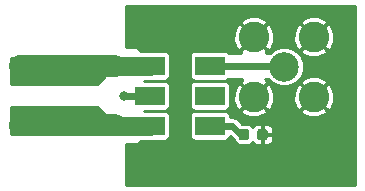
<source format=gbr>
G04 #@! TF.GenerationSoftware,KiCad,Pcbnew,(5.0.2)-1*
G04 #@! TF.CreationDate,2020-08-06T16:14:57-05:00*
G04 #@! TF.ProjectId,xform-plug,78666f72-6d2d-4706-9c75-672e6b696361,rev?*
G04 #@! TF.SameCoordinates,Original*
G04 #@! TF.FileFunction,Copper,L1,Top*
G04 #@! TF.FilePolarity,Positive*
%FSLAX46Y46*%
G04 Gerber Fmt 4.6, Leading zero omitted, Abs format (unit mm)*
G04 Created by KiCad (PCBNEW (5.0.2)-1) date 8/6/2020 4:14:57 PM*
%MOMM*%
%LPD*%
G01*
G04 APERTURE LIST*
G04 #@! TA.AperFunction,ComponentPad*
%ADD10C,2.600000*%
G04 #@! TD*
G04 #@! TA.AperFunction,ComponentPad*
%ADD11C,2.500000*%
G04 #@! TD*
G04 #@! TA.AperFunction,Conductor*
%ADD12C,0.100000*%
G04 #@! TD*
G04 #@! TA.AperFunction,SMDPad,CuDef*
%ADD13C,0.875000*%
G04 #@! TD*
G04 #@! TA.AperFunction,SMDPad,CuDef*
%ADD14R,2.540000X1.650000*%
G04 #@! TD*
G04 #@! TA.AperFunction,ViaPad*
%ADD15C,0.800000*%
G04 #@! TD*
G04 #@! TA.AperFunction,Conductor*
%ADD16C,1.500000*%
G04 #@! TD*
G04 #@! TA.AperFunction,Conductor*
%ADD17C,1.650000*%
G04 #@! TD*
G04 #@! TA.AperFunction,Conductor*
%ADD18C,1.800000*%
G04 #@! TD*
G04 #@! TA.AperFunction,Conductor*
%ADD19C,1.900000*%
G04 #@! TD*
G04 #@! TA.AperFunction,Conductor*
%ADD20C,0.600000*%
G04 #@! TD*
G04 #@! TA.AperFunction,Conductor*
%ADD21C,0.254000*%
G04 #@! TD*
G04 APERTURE END LIST*
D10*
G04 #@! TO.P,J1,1*
G04 #@! TO.N,GND*
X20960000Y4990000D03*
X26040000Y4990000D03*
X20960000Y-90000D03*
X26040000Y-90000D03*
D11*
G04 #@! TO.P,J1,2*
G04 #@! TO.N,Net-(J1-Pad2)*
X23500000Y2450000D03*
G04 #@! TD*
D12*
G04 #@! TO.N,Net-(R2-Pad1)*
G04 #@! TO.C,R2*
G36*
X20352691Y-2826053D02*
X20373926Y-2829203D01*
X20394750Y-2834419D01*
X20414962Y-2841651D01*
X20434368Y-2850830D01*
X20452781Y-2861866D01*
X20470024Y-2874654D01*
X20485930Y-2889070D01*
X20500346Y-2904976D01*
X20513134Y-2922219D01*
X20524170Y-2940632D01*
X20533349Y-2960038D01*
X20540581Y-2980250D01*
X20545797Y-3001074D01*
X20548947Y-3022309D01*
X20550000Y-3043750D01*
X20550000Y-3556250D01*
X20548947Y-3577691D01*
X20545797Y-3598926D01*
X20540581Y-3619750D01*
X20533349Y-3639962D01*
X20524170Y-3659368D01*
X20513134Y-3677781D01*
X20500346Y-3695024D01*
X20485930Y-3710930D01*
X20470024Y-3725346D01*
X20452781Y-3738134D01*
X20434368Y-3749170D01*
X20414962Y-3758349D01*
X20394750Y-3765581D01*
X20373926Y-3770797D01*
X20352691Y-3773947D01*
X20331250Y-3775000D01*
X19893750Y-3775000D01*
X19872309Y-3773947D01*
X19851074Y-3770797D01*
X19830250Y-3765581D01*
X19810038Y-3758349D01*
X19790632Y-3749170D01*
X19772219Y-3738134D01*
X19754976Y-3725346D01*
X19739070Y-3710930D01*
X19724654Y-3695024D01*
X19711866Y-3677781D01*
X19700830Y-3659368D01*
X19691651Y-3639962D01*
X19684419Y-3619750D01*
X19679203Y-3598926D01*
X19676053Y-3577691D01*
X19675000Y-3556250D01*
X19675000Y-3043750D01*
X19676053Y-3022309D01*
X19679203Y-3001074D01*
X19684419Y-2980250D01*
X19691651Y-2960038D01*
X19700830Y-2940632D01*
X19711866Y-2922219D01*
X19724654Y-2904976D01*
X19739070Y-2889070D01*
X19754976Y-2874654D01*
X19772219Y-2861866D01*
X19790632Y-2850830D01*
X19810038Y-2841651D01*
X19830250Y-2834419D01*
X19851074Y-2829203D01*
X19872309Y-2826053D01*
X19893750Y-2825000D01*
X20331250Y-2825000D01*
X20352691Y-2826053D01*
X20352691Y-2826053D01*
G37*
D13*
G04 #@! TD*
G04 #@! TO.P,R2,1*
G04 #@! TO.N,Net-(R2-Pad1)*
X20112500Y-3300000D03*
D12*
G04 #@! TO.N,GND*
G04 #@! TO.C,R2*
G36*
X21927691Y-2826053D02*
X21948926Y-2829203D01*
X21969750Y-2834419D01*
X21989962Y-2841651D01*
X22009368Y-2850830D01*
X22027781Y-2861866D01*
X22045024Y-2874654D01*
X22060930Y-2889070D01*
X22075346Y-2904976D01*
X22088134Y-2922219D01*
X22099170Y-2940632D01*
X22108349Y-2960038D01*
X22115581Y-2980250D01*
X22120797Y-3001074D01*
X22123947Y-3022309D01*
X22125000Y-3043750D01*
X22125000Y-3556250D01*
X22123947Y-3577691D01*
X22120797Y-3598926D01*
X22115581Y-3619750D01*
X22108349Y-3639962D01*
X22099170Y-3659368D01*
X22088134Y-3677781D01*
X22075346Y-3695024D01*
X22060930Y-3710930D01*
X22045024Y-3725346D01*
X22027781Y-3738134D01*
X22009368Y-3749170D01*
X21989962Y-3758349D01*
X21969750Y-3765581D01*
X21948926Y-3770797D01*
X21927691Y-3773947D01*
X21906250Y-3775000D01*
X21468750Y-3775000D01*
X21447309Y-3773947D01*
X21426074Y-3770797D01*
X21405250Y-3765581D01*
X21385038Y-3758349D01*
X21365632Y-3749170D01*
X21347219Y-3738134D01*
X21329976Y-3725346D01*
X21314070Y-3710930D01*
X21299654Y-3695024D01*
X21286866Y-3677781D01*
X21275830Y-3659368D01*
X21266651Y-3639962D01*
X21259419Y-3619750D01*
X21254203Y-3598926D01*
X21251053Y-3577691D01*
X21250000Y-3556250D01*
X21250000Y-3043750D01*
X21251053Y-3022309D01*
X21254203Y-3001074D01*
X21259419Y-2980250D01*
X21266651Y-2960038D01*
X21275830Y-2940632D01*
X21286866Y-2922219D01*
X21299654Y-2904976D01*
X21314070Y-2889070D01*
X21329976Y-2874654D01*
X21347219Y-2861866D01*
X21365632Y-2850830D01*
X21385038Y-2841651D01*
X21405250Y-2834419D01*
X21426074Y-2829203D01*
X21447309Y-2826053D01*
X21468750Y-2825000D01*
X21906250Y-2825000D01*
X21927691Y-2826053D01*
X21927691Y-2826053D01*
G37*
D13*
G04 #@! TD*
G04 #@! TO.P,R2,2*
G04 #@! TO.N,GND*
X21687500Y-3300000D03*
D14*
G04 #@! TO.P,TR1,1*
G04 #@! TO.N,Net-(R2-Pad1)*
X17240000Y-2540000D03*
G04 #@! TO.P,TR1,2*
G04 #@! TO.N,N/C*
X17240000Y0D03*
G04 #@! TO.P,TR1,3*
G04 #@! TO.N,Net-(J1-Pad2)*
X17240000Y2540000D03*
G04 #@! TO.P,TR1,4*
G04 #@! TO.N,/slot_l*
X12160000Y2540000D03*
G04 #@! TO.P,TR1,5*
G04 #@! TO.N,Net-(R1-Pad2)*
X12160000Y0D03*
G04 #@! TO.P,TR1,6*
G04 #@! TO.N,/slot_r*
X12160000Y-2540000D03*
G04 #@! TD*
D15*
G04 #@! TO.N,/slot_l*
X9250000Y2540000D03*
X7250000Y2540000D03*
X5000000Y2540000D03*
X3000000Y2540000D03*
X1000010Y2540000D03*
G04 #@! TO.N,/slot_r*
X3000000Y-2460000D03*
X7250000Y-2460000D03*
X5000000Y-2460000D03*
X1000010Y-2460000D03*
X9250000Y-2460000D03*
G04 #@! TO.N,GND*
X14750000Y2750000D03*
X14750000Y1000000D03*
X14750000Y-750000D03*
X14750000Y-2500000D03*
X14750000Y-4500000D03*
X12500000Y-4500000D03*
X14750000Y4750000D03*
X12500000Y4750000D03*
X17000000Y4750000D03*
X17000000Y-4500000D03*
X23250000Y-3250000D03*
X21750000Y-5000000D03*
X19250000Y-4750000D03*
X10500000Y-4500000D03*
X10500000Y4750000D03*
X14750000Y6750000D03*
X12500000Y6750000D03*
X17000000Y6750000D03*
X10500000Y6750000D03*
X12500000Y-6500000D03*
X14750000Y-6500000D03*
X17000000Y-6500000D03*
X10500000Y-6500000D03*
X18700000Y5700000D03*
X23250000Y-1500000D03*
G04 #@! TO.N,Net-(R1-Pad2)*
X10000000Y0D03*
G04 #@! TD*
D16*
G04 #@! TO.N,/slot_l*
X12160000Y2540000D02*
X9250000Y2540000D01*
X9250000Y2540000D02*
X7250000Y2540000D01*
X7250000Y2540000D02*
X5000000Y2540000D01*
X5000000Y2540000D02*
X3000000Y2540000D01*
X3000000Y2540000D02*
X1000010Y2540000D01*
X1000010Y2540000D02*
X1000010Y2540000D01*
D17*
G04 #@! TO.N,/slot_r*
X12160000Y-2540000D02*
X1035010Y-2540000D01*
D16*
X1035010Y-2540000D02*
X1000010Y-2540000D01*
D18*
X9250000Y-2460000D02*
X1110010Y-2460000D01*
D19*
X9250000Y-2460000D02*
X1160010Y-2460000D01*
D17*
G04 #@! TO.N,/slot_l*
X12160000Y2540000D02*
X1035010Y2540000D01*
D18*
X9250000Y2540000D02*
X1110010Y2540000D01*
D19*
X9250000Y2540000D02*
X1160010Y2540000D01*
D20*
G04 #@! TO.N,Net-(J1-Pad2)*
X17240000Y2540000D02*
X23460000Y2540000D01*
X23460000Y2540000D02*
X23500000Y2500000D01*
G04 #@! TO.N,Net-(R1-Pad2)*
X12160000Y0D02*
X10000000Y0D01*
G04 #@! TO.N,Net-(R2-Pad1)*
X19110000Y-2540000D02*
X19820000Y-3250000D01*
X17240000Y-2540000D02*
X19110000Y-2540000D01*
X19820000Y-3250000D02*
X20100000Y-3250000D01*
G04 #@! TD*
D21*
G04 #@! TO.N,GND*
G36*
X29563001Y-7563000D02*
X10127000Y-7563000D01*
X10127000Y-4127000D01*
X11000000Y-4127000D01*
X11048601Y-4117333D01*
X11089803Y-4089803D01*
X11379241Y-3800365D01*
X13430000Y-3800365D01*
X13596607Y-3767225D01*
X13737850Y-3672850D01*
X13832225Y-3531607D01*
X13865365Y-3365000D01*
X13865365Y-1715000D01*
X15534635Y-1715000D01*
X15534635Y-3365000D01*
X15567775Y-3531607D01*
X15662150Y-3672850D01*
X15803393Y-3767225D01*
X15970000Y-3800365D01*
X18510000Y-3800365D01*
X18676607Y-3767225D01*
X18817850Y-3672850D01*
X18912225Y-3531607D01*
X18938978Y-3397111D01*
X19255307Y-3713441D01*
X19277513Y-3746674D01*
X19289427Y-3806569D01*
X19431221Y-4018779D01*
X19643431Y-4160573D01*
X19893750Y-4210365D01*
X20331250Y-4210365D01*
X20581569Y-4160573D01*
X20793779Y-4018779D01*
X20852434Y-3930996D01*
X20888007Y-4016876D01*
X21008124Y-4136993D01*
X21165065Y-4202000D01*
X21557750Y-4202000D01*
X21664500Y-4095250D01*
X21664500Y-3323000D01*
X21710500Y-3323000D01*
X21710500Y-4095250D01*
X21817250Y-4202000D01*
X22209935Y-4202000D01*
X22366876Y-4136993D01*
X22486993Y-4016876D01*
X22552000Y-3859936D01*
X22552000Y-3429750D01*
X22445250Y-3323000D01*
X21710500Y-3323000D01*
X21664500Y-3323000D01*
X21644500Y-3323000D01*
X21644500Y-3277000D01*
X21664500Y-3277000D01*
X21664500Y-2504750D01*
X21710500Y-2504750D01*
X21710500Y-3277000D01*
X22445250Y-3277000D01*
X22552000Y-3170250D01*
X22552000Y-2740064D01*
X22486993Y-2583124D01*
X22366876Y-2463007D01*
X22209935Y-2398000D01*
X21817250Y-2398000D01*
X21710500Y-2504750D01*
X21664500Y-2504750D01*
X21557750Y-2398000D01*
X21165065Y-2398000D01*
X21008124Y-2463007D01*
X20888007Y-2583124D01*
X20852434Y-2669004D01*
X20793779Y-2581221D01*
X20581569Y-2439427D01*
X20331250Y-2389635D01*
X19987768Y-2389635D01*
X19674696Y-2076564D01*
X19634137Y-2015863D01*
X19393661Y-1855182D01*
X19181599Y-1813000D01*
X19181595Y-1813000D01*
X19110000Y-1798759D01*
X19038405Y-1813000D01*
X18945365Y-1813000D01*
X18945365Y-1715000D01*
X18912225Y-1548393D01*
X18817850Y-1407150D01*
X18676607Y-1312775D01*
X18510000Y-1279635D01*
X15970000Y-1279635D01*
X15803393Y-1312775D01*
X15662150Y-1407150D01*
X15567775Y-1548393D01*
X15534635Y-1715000D01*
X13865365Y-1715000D01*
X13832225Y-1548393D01*
X13737850Y-1407150D01*
X13596607Y-1312775D01*
X13430000Y-1279635D01*
X11627000Y-1279635D01*
X11627000Y-1275764D01*
X19806763Y-1275764D01*
X19943703Y-1527942D01*
X20571340Y-1807405D01*
X21258148Y-1825409D01*
X21899565Y-1579212D01*
X21976297Y-1527942D01*
X22113237Y-1275764D01*
X24886763Y-1275764D01*
X25023703Y-1527942D01*
X25651340Y-1807405D01*
X26338148Y-1825409D01*
X26979565Y-1579212D01*
X27056297Y-1527942D01*
X27193237Y-1275764D01*
X26040000Y-122527D01*
X24886763Y-1275764D01*
X22113237Y-1275764D01*
X20960000Y-122527D01*
X19806763Y-1275764D01*
X11627000Y-1275764D01*
X11627000Y-1260365D01*
X13430000Y-1260365D01*
X13596607Y-1227225D01*
X13737850Y-1132850D01*
X13832225Y-991607D01*
X13865365Y-825000D01*
X13865365Y825000D01*
X15534635Y825000D01*
X15534635Y-825000D01*
X15567775Y-991607D01*
X15662150Y-1132850D01*
X15803393Y-1227225D01*
X15970000Y-1260365D01*
X18510000Y-1260365D01*
X18676607Y-1227225D01*
X18817850Y-1132850D01*
X18912225Y-991607D01*
X18945365Y-825000D01*
X18945365Y-388148D01*
X19224591Y-388148D01*
X19470788Y-1029565D01*
X19522058Y-1106297D01*
X19774236Y-1243237D01*
X20927473Y-90000D01*
X20992527Y-90000D01*
X22145764Y-1243237D01*
X22397942Y-1106297D01*
X22677405Y-478660D01*
X22679777Y-388148D01*
X24304591Y-388148D01*
X24550788Y-1029565D01*
X24602058Y-1106297D01*
X24854236Y-1243237D01*
X26007473Y-90000D01*
X26072527Y-90000D01*
X27225764Y-1243237D01*
X27477942Y-1106297D01*
X27757405Y-478660D01*
X27775409Y208148D01*
X27529212Y849565D01*
X27477942Y926297D01*
X27225764Y1063237D01*
X26072527Y-90000D01*
X26007473Y-90000D01*
X24854236Y1063237D01*
X24602058Y926297D01*
X24322595Y298660D01*
X24304591Y-388148D01*
X22679777Y-388148D01*
X22695409Y208148D01*
X22449212Y849565D01*
X22397942Y926297D01*
X22145764Y1063237D01*
X20992527Y-90000D01*
X20927473Y-90000D01*
X19774236Y1063237D01*
X19522058Y926297D01*
X19242595Y298660D01*
X19224591Y-388148D01*
X18945365Y-388148D01*
X18945365Y825000D01*
X18912225Y991607D01*
X18817850Y1132850D01*
X18676607Y1227225D01*
X18510000Y1260365D01*
X15970000Y1260365D01*
X15803393Y1227225D01*
X15662150Y1132850D01*
X15567775Y991607D01*
X15534635Y825000D01*
X13865365Y825000D01*
X13832225Y991607D01*
X13737850Y1132850D01*
X13596607Y1227225D01*
X13430000Y1260365D01*
X11627000Y1260365D01*
X11627000Y1279635D01*
X13430000Y1279635D01*
X13596607Y1312775D01*
X13737850Y1407150D01*
X13832225Y1548393D01*
X13865365Y1715000D01*
X13865365Y3365000D01*
X15534635Y3365000D01*
X15534635Y1715000D01*
X15567775Y1548393D01*
X15662150Y1407150D01*
X15803393Y1312775D01*
X15970000Y1279635D01*
X18510000Y1279635D01*
X18676607Y1312775D01*
X18766741Y1373000D01*
X19981205Y1373000D01*
X19943703Y1347942D01*
X19806763Y1095764D01*
X20960000Y-57473D01*
X22113237Y1095764D01*
X21976297Y1347942D01*
X21920020Y1373000D01*
X22205364Y1373000D01*
X22550056Y1028308D01*
X23166424Y773000D01*
X23833576Y773000D01*
X24449944Y1028308D01*
X24517400Y1095764D01*
X24886763Y1095764D01*
X26040000Y-57473D01*
X27193237Y1095764D01*
X27056297Y1347942D01*
X26428660Y1627405D01*
X25741852Y1645409D01*
X25100435Y1399212D01*
X25023703Y1347942D01*
X24886763Y1095764D01*
X24517400Y1095764D01*
X24921692Y1500056D01*
X25177000Y2116424D01*
X25177000Y2783576D01*
X24921692Y3399944D01*
X24517400Y3804236D01*
X24886763Y3804236D01*
X25023703Y3552058D01*
X25651340Y3272595D01*
X26338148Y3254591D01*
X26979565Y3500788D01*
X27056297Y3552058D01*
X27193237Y3804236D01*
X26040000Y4957473D01*
X24886763Y3804236D01*
X24517400Y3804236D01*
X24449944Y3871692D01*
X23833576Y4127000D01*
X23166424Y4127000D01*
X22550056Y3871692D01*
X22305364Y3627000D01*
X22016993Y3627000D01*
X22113237Y3804236D01*
X20960000Y4957473D01*
X19806763Y3804236D01*
X19903007Y3627000D01*
X18848486Y3627000D01*
X18817850Y3672850D01*
X18676607Y3767225D01*
X18510000Y3800365D01*
X15970000Y3800365D01*
X15803393Y3767225D01*
X15662150Y3672850D01*
X15567775Y3531607D01*
X15534635Y3365000D01*
X13865365Y3365000D01*
X13832225Y3531607D01*
X13737850Y3672850D01*
X13596607Y3767225D01*
X13430000Y3800365D01*
X11379241Y3800365D01*
X11089803Y4089803D01*
X11048601Y4117333D01*
X11000000Y4127000D01*
X10127000Y4127000D01*
X10127000Y4691852D01*
X19224591Y4691852D01*
X19470788Y4050435D01*
X19522058Y3973703D01*
X19774236Y3836763D01*
X20927473Y4990000D01*
X20992527Y4990000D01*
X22145764Y3836763D01*
X22397942Y3973703D01*
X22677405Y4601340D01*
X22679777Y4691852D01*
X24304591Y4691852D01*
X24550788Y4050435D01*
X24602058Y3973703D01*
X24854236Y3836763D01*
X26007473Y4990000D01*
X26072527Y4990000D01*
X27225764Y3836763D01*
X27477942Y3973703D01*
X27757405Y4601340D01*
X27775409Y5288148D01*
X27529212Y5929565D01*
X27477942Y6006297D01*
X27225764Y6143237D01*
X26072527Y4990000D01*
X26007473Y4990000D01*
X24854236Y6143237D01*
X24602058Y6006297D01*
X24322595Y5378660D01*
X24304591Y4691852D01*
X22679777Y4691852D01*
X22695409Y5288148D01*
X22449212Y5929565D01*
X22397942Y6006297D01*
X22145764Y6143237D01*
X20992527Y4990000D01*
X20927473Y4990000D01*
X19774236Y6143237D01*
X19522058Y6006297D01*
X19242595Y5378660D01*
X19224591Y4691852D01*
X10127000Y4691852D01*
X10127000Y6175764D01*
X19806763Y6175764D01*
X20960000Y5022527D01*
X22113237Y6175764D01*
X24886763Y6175764D01*
X26040000Y5022527D01*
X27193237Y6175764D01*
X27056297Y6427942D01*
X26428660Y6707405D01*
X25741852Y6725409D01*
X25100435Y6479212D01*
X25023703Y6427942D01*
X24886763Y6175764D01*
X22113237Y6175764D01*
X21976297Y6427942D01*
X21348660Y6707405D01*
X20661852Y6725409D01*
X20020435Y6479212D01*
X19943703Y6427942D01*
X19806763Y6175764D01*
X10127000Y6175764D01*
X10127000Y7563000D01*
X29563000Y7563000D01*
X29563001Y-7563000D01*
X29563001Y-7563000D01*
G37*
X29563001Y-7563000D02*
X10127000Y-7563000D01*
X10127000Y-4127000D01*
X11000000Y-4127000D01*
X11048601Y-4117333D01*
X11089803Y-4089803D01*
X11379241Y-3800365D01*
X13430000Y-3800365D01*
X13596607Y-3767225D01*
X13737850Y-3672850D01*
X13832225Y-3531607D01*
X13865365Y-3365000D01*
X13865365Y-1715000D01*
X15534635Y-1715000D01*
X15534635Y-3365000D01*
X15567775Y-3531607D01*
X15662150Y-3672850D01*
X15803393Y-3767225D01*
X15970000Y-3800365D01*
X18510000Y-3800365D01*
X18676607Y-3767225D01*
X18817850Y-3672850D01*
X18912225Y-3531607D01*
X18938978Y-3397111D01*
X19255307Y-3713441D01*
X19277513Y-3746674D01*
X19289427Y-3806569D01*
X19431221Y-4018779D01*
X19643431Y-4160573D01*
X19893750Y-4210365D01*
X20331250Y-4210365D01*
X20581569Y-4160573D01*
X20793779Y-4018779D01*
X20852434Y-3930996D01*
X20888007Y-4016876D01*
X21008124Y-4136993D01*
X21165065Y-4202000D01*
X21557750Y-4202000D01*
X21664500Y-4095250D01*
X21664500Y-3323000D01*
X21710500Y-3323000D01*
X21710500Y-4095250D01*
X21817250Y-4202000D01*
X22209935Y-4202000D01*
X22366876Y-4136993D01*
X22486993Y-4016876D01*
X22552000Y-3859936D01*
X22552000Y-3429750D01*
X22445250Y-3323000D01*
X21710500Y-3323000D01*
X21664500Y-3323000D01*
X21644500Y-3323000D01*
X21644500Y-3277000D01*
X21664500Y-3277000D01*
X21664500Y-2504750D01*
X21710500Y-2504750D01*
X21710500Y-3277000D01*
X22445250Y-3277000D01*
X22552000Y-3170250D01*
X22552000Y-2740064D01*
X22486993Y-2583124D01*
X22366876Y-2463007D01*
X22209935Y-2398000D01*
X21817250Y-2398000D01*
X21710500Y-2504750D01*
X21664500Y-2504750D01*
X21557750Y-2398000D01*
X21165065Y-2398000D01*
X21008124Y-2463007D01*
X20888007Y-2583124D01*
X20852434Y-2669004D01*
X20793779Y-2581221D01*
X20581569Y-2439427D01*
X20331250Y-2389635D01*
X19987768Y-2389635D01*
X19674696Y-2076564D01*
X19634137Y-2015863D01*
X19393661Y-1855182D01*
X19181599Y-1813000D01*
X19181595Y-1813000D01*
X19110000Y-1798759D01*
X19038405Y-1813000D01*
X18945365Y-1813000D01*
X18945365Y-1715000D01*
X18912225Y-1548393D01*
X18817850Y-1407150D01*
X18676607Y-1312775D01*
X18510000Y-1279635D01*
X15970000Y-1279635D01*
X15803393Y-1312775D01*
X15662150Y-1407150D01*
X15567775Y-1548393D01*
X15534635Y-1715000D01*
X13865365Y-1715000D01*
X13832225Y-1548393D01*
X13737850Y-1407150D01*
X13596607Y-1312775D01*
X13430000Y-1279635D01*
X11627000Y-1279635D01*
X11627000Y-1275764D01*
X19806763Y-1275764D01*
X19943703Y-1527942D01*
X20571340Y-1807405D01*
X21258148Y-1825409D01*
X21899565Y-1579212D01*
X21976297Y-1527942D01*
X22113237Y-1275764D01*
X24886763Y-1275764D01*
X25023703Y-1527942D01*
X25651340Y-1807405D01*
X26338148Y-1825409D01*
X26979565Y-1579212D01*
X27056297Y-1527942D01*
X27193237Y-1275764D01*
X26040000Y-122527D01*
X24886763Y-1275764D01*
X22113237Y-1275764D01*
X20960000Y-122527D01*
X19806763Y-1275764D01*
X11627000Y-1275764D01*
X11627000Y-1260365D01*
X13430000Y-1260365D01*
X13596607Y-1227225D01*
X13737850Y-1132850D01*
X13832225Y-991607D01*
X13865365Y-825000D01*
X13865365Y825000D01*
X15534635Y825000D01*
X15534635Y-825000D01*
X15567775Y-991607D01*
X15662150Y-1132850D01*
X15803393Y-1227225D01*
X15970000Y-1260365D01*
X18510000Y-1260365D01*
X18676607Y-1227225D01*
X18817850Y-1132850D01*
X18912225Y-991607D01*
X18945365Y-825000D01*
X18945365Y-388148D01*
X19224591Y-388148D01*
X19470788Y-1029565D01*
X19522058Y-1106297D01*
X19774236Y-1243237D01*
X20927473Y-90000D01*
X20992527Y-90000D01*
X22145764Y-1243237D01*
X22397942Y-1106297D01*
X22677405Y-478660D01*
X22679777Y-388148D01*
X24304591Y-388148D01*
X24550788Y-1029565D01*
X24602058Y-1106297D01*
X24854236Y-1243237D01*
X26007473Y-90000D01*
X26072527Y-90000D01*
X27225764Y-1243237D01*
X27477942Y-1106297D01*
X27757405Y-478660D01*
X27775409Y208148D01*
X27529212Y849565D01*
X27477942Y926297D01*
X27225764Y1063237D01*
X26072527Y-90000D01*
X26007473Y-90000D01*
X24854236Y1063237D01*
X24602058Y926297D01*
X24322595Y298660D01*
X24304591Y-388148D01*
X22679777Y-388148D01*
X22695409Y208148D01*
X22449212Y849565D01*
X22397942Y926297D01*
X22145764Y1063237D01*
X20992527Y-90000D01*
X20927473Y-90000D01*
X19774236Y1063237D01*
X19522058Y926297D01*
X19242595Y298660D01*
X19224591Y-388148D01*
X18945365Y-388148D01*
X18945365Y825000D01*
X18912225Y991607D01*
X18817850Y1132850D01*
X18676607Y1227225D01*
X18510000Y1260365D01*
X15970000Y1260365D01*
X15803393Y1227225D01*
X15662150Y1132850D01*
X15567775Y991607D01*
X15534635Y825000D01*
X13865365Y825000D01*
X13832225Y991607D01*
X13737850Y1132850D01*
X13596607Y1227225D01*
X13430000Y1260365D01*
X11627000Y1260365D01*
X11627000Y1279635D01*
X13430000Y1279635D01*
X13596607Y1312775D01*
X13737850Y1407150D01*
X13832225Y1548393D01*
X13865365Y1715000D01*
X13865365Y3365000D01*
X15534635Y3365000D01*
X15534635Y1715000D01*
X15567775Y1548393D01*
X15662150Y1407150D01*
X15803393Y1312775D01*
X15970000Y1279635D01*
X18510000Y1279635D01*
X18676607Y1312775D01*
X18766741Y1373000D01*
X19981205Y1373000D01*
X19943703Y1347942D01*
X19806763Y1095764D01*
X20960000Y-57473D01*
X22113237Y1095764D01*
X21976297Y1347942D01*
X21920020Y1373000D01*
X22205364Y1373000D01*
X22550056Y1028308D01*
X23166424Y773000D01*
X23833576Y773000D01*
X24449944Y1028308D01*
X24517400Y1095764D01*
X24886763Y1095764D01*
X26040000Y-57473D01*
X27193237Y1095764D01*
X27056297Y1347942D01*
X26428660Y1627405D01*
X25741852Y1645409D01*
X25100435Y1399212D01*
X25023703Y1347942D01*
X24886763Y1095764D01*
X24517400Y1095764D01*
X24921692Y1500056D01*
X25177000Y2116424D01*
X25177000Y2783576D01*
X24921692Y3399944D01*
X24517400Y3804236D01*
X24886763Y3804236D01*
X25023703Y3552058D01*
X25651340Y3272595D01*
X26338148Y3254591D01*
X26979565Y3500788D01*
X27056297Y3552058D01*
X27193237Y3804236D01*
X26040000Y4957473D01*
X24886763Y3804236D01*
X24517400Y3804236D01*
X24449944Y3871692D01*
X23833576Y4127000D01*
X23166424Y4127000D01*
X22550056Y3871692D01*
X22305364Y3627000D01*
X22016993Y3627000D01*
X22113237Y3804236D01*
X20960000Y4957473D01*
X19806763Y3804236D01*
X19903007Y3627000D01*
X18848486Y3627000D01*
X18817850Y3672850D01*
X18676607Y3767225D01*
X18510000Y3800365D01*
X15970000Y3800365D01*
X15803393Y3767225D01*
X15662150Y3672850D01*
X15567775Y3531607D01*
X15534635Y3365000D01*
X13865365Y3365000D01*
X13832225Y3531607D01*
X13737850Y3672850D01*
X13596607Y3767225D01*
X13430000Y3800365D01*
X11379241Y3800365D01*
X11089803Y4089803D01*
X11048601Y4117333D01*
X11000000Y4127000D01*
X10127000Y4127000D01*
X10127000Y4691852D01*
X19224591Y4691852D01*
X19470788Y4050435D01*
X19522058Y3973703D01*
X19774236Y3836763D01*
X20927473Y4990000D01*
X20992527Y4990000D01*
X22145764Y3836763D01*
X22397942Y3973703D01*
X22677405Y4601340D01*
X22679777Y4691852D01*
X24304591Y4691852D01*
X24550788Y4050435D01*
X24602058Y3973703D01*
X24854236Y3836763D01*
X26007473Y4990000D01*
X26072527Y4990000D01*
X27225764Y3836763D01*
X27477942Y3973703D01*
X27757405Y4601340D01*
X27775409Y5288148D01*
X27529212Y5929565D01*
X27477942Y6006297D01*
X27225764Y6143237D01*
X26072527Y4990000D01*
X26007473Y4990000D01*
X24854236Y6143237D01*
X24602058Y6006297D01*
X24322595Y5378660D01*
X24304591Y4691852D01*
X22679777Y4691852D01*
X22695409Y5288148D01*
X22449212Y5929565D01*
X22397942Y6006297D01*
X22145764Y6143237D01*
X20992527Y4990000D01*
X20927473Y4990000D01*
X19774236Y6143237D01*
X19522058Y6006297D01*
X19242595Y5378660D01*
X19224591Y4691852D01*
X10127000Y4691852D01*
X10127000Y6175764D01*
X19806763Y6175764D01*
X20960000Y5022527D01*
X22113237Y6175764D01*
X24886763Y6175764D01*
X26040000Y5022527D01*
X27193237Y6175764D01*
X27056297Y6427942D01*
X26428660Y6707405D01*
X25741852Y6725409D01*
X25100435Y6479212D01*
X25023703Y6427942D01*
X24886763Y6175764D01*
X22113237Y6175764D01*
X21976297Y6427942D01*
X21348660Y6707405D01*
X20661852Y6725409D01*
X20020435Y6479212D01*
X19943703Y6427942D01*
X19806763Y6175764D01*
X10127000Y6175764D01*
X10127000Y7563000D01*
X29563000Y7563000D01*
X29563001Y-7563000D01*
G04 #@! TO.N,/slot_l*
G36*
X8370023Y1652606D02*
X7694417Y977000D01*
X437000Y977000D01*
X437000Y3223000D01*
X8370023Y3223000D01*
X8370023Y1652606D01*
X8370023Y1652606D01*
G37*
X8370023Y1652606D02*
X7694417Y977000D01*
X437000Y977000D01*
X437000Y3223000D01*
X8370023Y3223000D01*
X8370023Y1652606D01*
G04 #@! TO.N,/slot_r*
G36*
X8320062Y-1652606D02*
X8320062Y-3223000D01*
X437000Y-3223000D01*
X437000Y-977000D01*
X7644456Y-977000D01*
X8320062Y-1652606D01*
X8320062Y-1652606D01*
G37*
X8320062Y-1652606D02*
X8320062Y-3223000D01*
X437000Y-3223000D01*
X437000Y-977000D01*
X7644456Y-977000D01*
X8320062Y-1652606D01*
G04 #@! TD*
M02*

</source>
